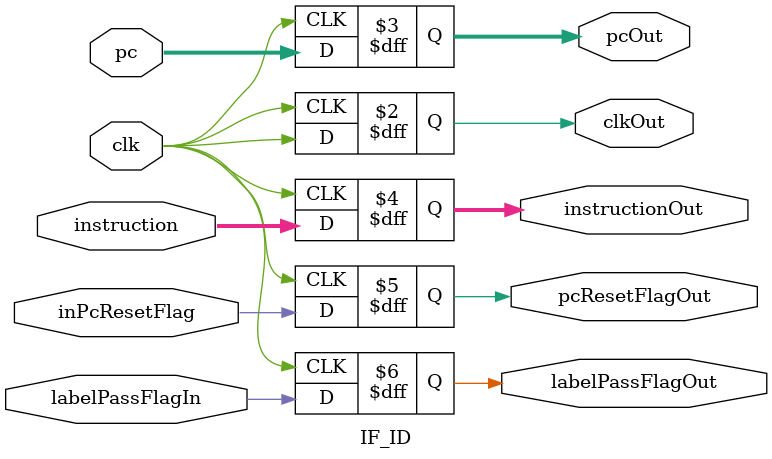
<source format=sv>
module IF_ID(

input clk,
input [7:0] pc,
input [7:0] instruction,
input inPcResetFlag,
input labelPassFlagIn,

output clkOut,
output [7:0] pcOut,
output [7:0] instructionOut,
output pcResetFlagOut,
output labelPassFlagOut

);

always @ (posedge clk)
begin

clkOut = clk;
pcOut = pc;
instructionOut = instruction;
pcResetFlagOut = inPcResetFlag;
labelPassFlagOut = labelPassFlagIn;

end


endmodule
</source>
